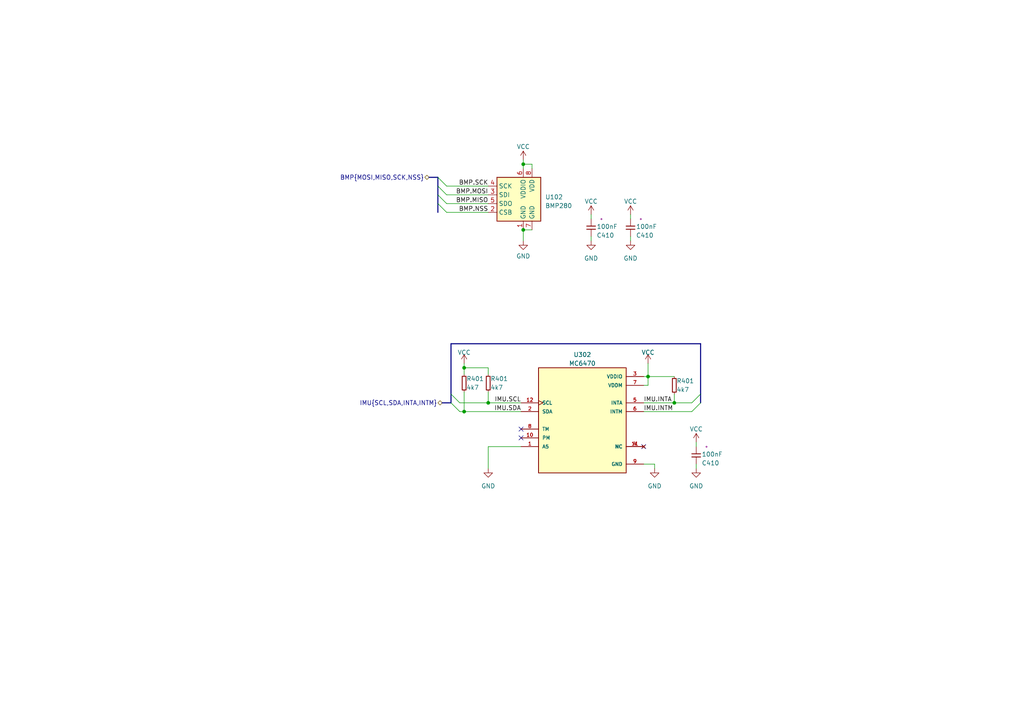
<source format=kicad_sch>
(kicad_sch (version 20230121) (generator eeschema)
  (paper "A4")
  (lib_symbols
    (symbol "Interface_LVDS:MC6470" (pin_names (offset 1.016))
      (property "Reference" "U" (at -12.7 16.002 0))
      (property "Value" "MC6470" (at -12.7 -17.78 0))
      (symbol "MC6470_0_0"
        (rectangle (start -12.7 -15.24) (end 12.7 15.24) (stroke (width 0.254)) (fill (type background)))
        (pin input line (at -17.78 -7.62 0) (length 5.08) (name "A5") (number "1"))
        (pin input line (at -17.78 -5.08 0) (length 5.08) (name "PM") (number "10"))
        (pin no_connect line (at 17.78 -7.62 180) (length 5.08) (name "NC") (number "11"))
        (pin input clock (at -17.78 5.08 0) (length 5.08) (name "SCL") (number "12"))
        (pin bidirectional line (at -17.78 2.54 0) (length 5.08) (name "SDA") (number "2"))
        (pin power_in line (at 17.78 12.7 180) (length 5.08) (name "VDDIO") (number "3"))
        (pin no_connect line (at 17.78 -7.62 180) (length 5.08) (name "NC") (number "4"))
        (pin output line (at 17.78 5.08 180) (length 5.08) (name "INTA") (number "5"))
        (pin output line (at 17.78 2.54 180) (length 5.08) (name "INTM") (number "6"))
        (pin power_in line (at 17.78 10.16 180) (length 5.08) (name "VDDM") (number "7"))
        (pin input line (at -17.78 -2.54 0) (length 5.08) (name "TM") (number "8"))
        (pin power_in line (at 17.78 -12.7 180) (length 5.08) (name "GND") (number "9"))
      )
    )
    (symbol "PCM_Generic-50:C,IEC" (pin_numbers hide) (pin_names (offset 0) hide)
      (property "Reference" "C" (at 1.27 1.27 0))
      (property "Value" "C,IEC" (at 1.27 -1.27 0))
      (property "Indicator" "+" (at -1.27 1.27 0))
      (symbol "C,IEC_1_1"
        (polyline (pts (xy -1.27 -0.4572) (xy 1.27 -0.4572)) (stroke (width 0.254)))
        (polyline (pts (xy -1.27 0.4572) (xy 1.27 0.4572)) (stroke (width 0.254)))
        (pin passive line (at 0 2.54 270) (length 2.0828) (name "+") (number "1"))
        (pin passive line (at 0 -2.54 90) (length 2.0828) (name "-") (number "2"))
      )
    )
    (symbol "PCM_Generic-50:R,IEC" (pin_numbers hide) (pin_names (offset 0) hide)
      (property "Reference" "R" (at 1.27 1.27 0))
      (property "Value" "R,IEC" (at 1.27 -1.27 0))
      (symbol "R,IEC_1_1"
        (rectangle (start -0.5588 1.9812) (end 0.5588 -1.9812) (stroke (width 0.254)))
        (pin passive line (at 0 2.54 270) (length 0.5588) (name "+") (number "1"))
        (pin passive line (at 0 -2.54 90) (length 0.5588) (name "-") (number "2"))
      )
    )
    (symbol "Sensor_Pressure:BMP280"
      (property "Reference" "U" (at -7.62 10.16 0))
      (property "Value" "BMP280" (at 5.08 10.16 0))
      (symbol "BMP280_0_1"
        (rectangle (start -7.62 -5.08) (end 5.08 7.62) (stroke (width 0.254)) (fill (type background)))
      )
      (symbol "BMP280_1_1"
        (pin power_in line (at 0 -7.62 90) (length 2.54) (name "GND") (number "1"))
        (pin input line (at -10.16 -2.54 0) (length 2.54) (name "CSB") (number "2"))
        (pin bidirectional line (at -10.16 2.54 0) (length 2.54) (name "SDI") (number "3"))
        (pin input line (at -10.16 5.08 0) (length 2.54) (name "SCK") (number "4"))
        (pin bidirectional line (at -10.16 0 0) (length 2.54) (name "SDO") (number "5"))
        (pin power_in line (at 0 10.16 270) (length 2.54) (name "VDDIO") (number "6"))
        (pin power_in line (at 2.54 -7.62 90) (length 2.54) (name "GND") (number "7"))
        (pin power_in line (at 2.54 10.16 270) (length 2.54) (name "VDD") (number "8"))
      )
    )
    (symbol "power:GND" (power) (pin_names (offset 0))
      (property "Value" "GND" (at 0 -3.81 0))
      (symbol "GND_0_1"
        (polyline (pts (xy 0 0) (xy 0 -1.27) (xy 1.27 -1.27) (xy 0 -2.54) (xy -1.27 -1.27) (xy 0 -1.27)))
      )
      (symbol "GND_1_1"
        (pin power_in line (at 0 0 270) (length 0) hide (name "GND") (number "1"))
      )
    )
    (symbol "power:VCC" (power) (pin_names (offset 0))
      (property "Value" "VCC" (at 0 3.81 0))
      (symbol "VCC_0_1"
        (polyline (pts (xy -0.762 1.27) (xy 0 2.54)))
        (polyline (pts (xy 0 0) (xy 0 2.54)))
        (polyline (pts (xy 0 2.54) (xy 0.762 1.27)))
      )
      (symbol "VCC_1_1"
        (pin power_in line (at 0 0 90) (length 0) hide (name "VCC") (number "1"))
      )
    )
  )
  (junction (at 187.96 109.22))
  (junction (at 141.605 116.84))
  (junction (at 134.62 119.38))
  (junction (at 151.765 47.625))
  (junction (at 134.62 106.68))
  (junction (at 195.58 116.84))
  (junction (at 151.765 66.675))
  (no_connect (at 151.13 127))
  (no_connect (at 151.13 124.46))
  (no_connect (at 186.69 129.54))
  (bus_entry (at 127 59.055) (size 2.54 2.54))
  (bus_entry (at 127 53.975) (size 2.54 2.54))
  (bus_entry (at 130.81 116.84) (size 2.54 2.54))
  (bus_entry (at 203.2 114.3) (size -2.54 2.54))
  (bus_entry (at 127 56.515) (size 2.54 2.54))
  (bus_entry (at 130.81 114.3) (size 2.54 2.54))
  (bus_entry (at 203.2 116.84) (size -2.54 2.54))
  (bus_entry (at 127 51.435) (size 2.54 2.54))
  (bus (pts (xy 130.81 99.695) (xy 203.2 99.695)))
  (bus (pts (xy 127 51.435) (xy 127 53.975)))
  (bus (pts (xy 127 56.515) (xy 127 59.055)))
  (wire (pts (xy 187.96 109.22) (xy 195.58 109.22)))
  (wire (pts (xy 141.605 116.84) (xy 151.13 116.84)))
  (wire (pts (xy 141.605 129.54) (xy 141.605 135.89)))
  (wire (pts (xy 129.54 53.975) (xy 141.605 53.975)))
  (wire (pts (xy 134.62 113.665) (xy 134.62 119.38)))
  (wire (pts (xy 151.765 47.625) (xy 154.305 47.625)))
  (wire (pts (xy 134.62 106.68) (xy 134.62 108.585)))
  (wire (pts (xy 182.88 62.23) (xy 182.88 63.5)))
  (wire (pts (xy 186.69 109.22) (xy 187.96 109.22)))
  (wire (pts (xy 187.96 109.22) (xy 187.96 105.41)))
  (bus (pts (xy 130.81 116.84) (xy 128.27 116.84)))
  (wire (pts (xy 151.13 129.54) (xy 141.605 129.54)))
  (wire (pts (xy 187.96 109.22) (xy 187.96 111.76)))
  (bus (pts (xy 203.2 99.695) (xy 203.2 114.3)))
  (bus (pts (xy 124.46 51.435) (xy 127 51.435)))
  (wire (pts (xy 195.58 114.3) (xy 195.58 116.84)))
  (bus (pts (xy 203.2 114.3) (xy 203.2 116.84)))
  (wire (pts (xy 186.69 134.62) (xy 189.865 134.62)))
  (wire (pts (xy 141.605 108.585) (xy 141.605 106.68)))
  (wire (pts (xy 189.865 134.62) (xy 189.865 135.89)))
  (wire (pts (xy 182.88 68.58) (xy 182.88 69.85)))
  (wire (pts (xy 201.93 128.27) (xy 201.93 129.54)))
  (wire (pts (xy 129.54 61.595) (xy 141.605 61.595)))
  (wire (pts (xy 154.305 48.895) (xy 154.305 47.625)))
  (bus (pts (xy 127 53.975) (xy 127 56.515)))
  (wire (pts (xy 151.765 46.355) (xy 151.765 47.625)))
  (wire (pts (xy 129.54 56.515) (xy 141.605 56.515)))
  (wire (pts (xy 151.765 66.675) (xy 154.305 66.675)))
  (wire (pts (xy 133.35 119.38) (xy 134.62 119.38)))
  (wire (pts (xy 201.93 134.62) (xy 201.93 135.89)))
  (wire (pts (xy 171.45 62.23) (xy 171.45 63.5)))
  (wire (pts (xy 171.45 68.58) (xy 171.45 69.85)))
  (wire (pts (xy 151.765 47.625) (xy 151.765 48.895)))
  (wire (pts (xy 151.765 66.675) (xy 151.765 69.85)))
  (wire (pts (xy 141.605 106.68) (xy 134.62 106.68)))
  (wire (pts (xy 134.62 105.41) (xy 134.62 106.68)))
  (bus (pts (xy 130.81 114.3) (xy 130.81 116.84)))
  (wire (pts (xy 186.69 119.38) (xy 200.66 119.38)))
  (wire (pts (xy 134.62 119.38) (xy 151.13 119.38)))
  (bus (pts (xy 130.81 114.3) (xy 130.81 99.695)))
  (wire (pts (xy 200.66 116.84) (xy 195.58 116.84)))
  (wire (pts (xy 129.54 59.055) (xy 141.605 59.055)))
  (wire (pts (xy 141.605 113.665) (xy 141.605 116.84)))
  (wire (pts (xy 195.58 116.84) (xy 186.69 116.84)))
  (wire (pts (xy 186.69 111.76) (xy 187.96 111.76)))
  (wire (pts (xy 133.35 116.84) (xy 141.605 116.84)))
  (bus (pts (xy 127 59.055) (xy 127 61.595)))
  (label "IMU.SDA" (at 151.13 119.38 180))
  (label "BMP.NSS" (at 141.605 61.595 180))
  (label "BMP.MOSI" (at 141.605 56.515 180))
  (label "IMU.INTM" (at 186.69 119.38 0))
  (label "IMU.INTA" (at 186.69 116.84 0))
  (label "BMP.SCK" (at 141.605 53.975 180))
  (label "IMU.SCL" (at 151.13 116.84 180))
  (label "BMP.MISO" (at 141.605 59.055 180))
  (hierarchical_label "BMP{MOSI,MISO,SCK,NSS}" (shape bidirectional) (at 124.46 51.435 180))
  (hierarchical_label "IMU{SCL,SDA,INTA,INTM}" (shape bidirectional) (at 128.27 116.84 180))
  (symbol (lib_id "PCM_Generic-50:R,IEC") (at 134.62 111.125 180) (unit 1)
    (property "Reference" "R401" (at 135.255 109.855 0) (effects (justify right)))
    (property "Value" "4k7" (at 135.255 112.395 0) (effects (justify right)))
    (property "Footprint" "Resistor_SMD:R_0603_1608Metric_Pad0.98x0.95mm_HandSolder" (effects hide))
    (property "Indicator" "+" (effects hide))
    (instances (project "lil-flite" (path "" (reference "R401") (unit 1)) (path "" (reference "R301") (unit 1))))
  )
  (symbol (lib_id "PCM_Generic-50:C,IEC") (at 171.45 66.04 0) (mirror x) (unit 1)
    (property "Reference" "C410" (at 173.0375 68.2625 0) (effects (justify left)))
    (property "Value" "100nF" (at 173.0375 65.7225 0) (effects (justify left)))
    (property "Footprint" "Capacitor_SMD:C_0603_1608Metric_Pad1.08x0.95mm_HandSolder" (effects hide))
    (property "Indicator" "+" (at 173.99 63.5 0) (effects (font (size 0.635 0.635)) (justify left)))
    (instances (project "lil-flite" (path "" (reference "C410") (unit 1)) (path "" (reference "C302") (unit 1))))
  )
  (symbol (lib_id "power:GND") (at 201.93 135.89 0) (unit 1)
    (property "Reference" "#PWR0413" (effects hide))
    (property "Value" "GND" (at 201.93 140.97 0))
    (instances (project "lil-flite" (path "" (reference "#PWR0413") (unit 1)) (path "" (reference "#PWR0307") (unit 1))))
  )
  (symbol (lib_id "power:VCC") (at 182.88 62.23 0) (unit 1)
    (property "Reference" "#PWR0412" (effects hide))
    (property "Value" "VCC" (at 182.88 58.42 0))
    (instances (project "lil-flite" (path "" (reference "#PWR0412") (unit 1)) (path "" (reference "#PWR0311") (unit 1))))
  )
  (symbol (lib_id "power:VCC") (at 151.765 46.355 0) (unit 1)
    (property "Reference" "#PWR0412" (effects hide))
    (property "Value" "VCC" (at 151.765 42.545 0))
    (instances (project "lil-flite" (path "" (reference "#PWR0412") (unit 1)) (path "" (reference "#PWR0310") (unit 1))))
  )
  (symbol (lib_id "power:VCC") (at 171.45 62.23 0) (unit 1)
    (property "Reference" "#PWR0412" (effects hide))
    (property "Value" "VCC" (at 171.45 58.42 0))
    (instances (project "lil-flite" (path "" (reference "#PWR0412") (unit 1)) (path "" (reference "#PWR0308") (unit 1))))
  )
  (symbol (lib_id "power:GND") (at 171.45 69.85 0) (unit 1)
    (property "Reference" "#PWR0413" (effects hide))
    (property "Value" "GND" (at 171.45 74.93 0))
    (instances (project "lil-flite" (path "" (reference "#PWR0413") (unit 1)) (path "" (reference "#PWR0309") (unit 1))))
  )
  (symbol (lib_id "power:GND") (at 151.765 69.85 0) (unit 1)
    (property "Reference" "#PWR0301" (effects hide))
    (property "Value" "GND" (at 151.765 74.295 0))
  )
  (symbol (lib_id "Sensor_Pressure:BMP280") (at 151.765 59.055 0) (unit 1)
    (property "Reference" "U102" (at 158.115 57.15 0) (effects (justify left)))
    (property "Value" "BMP280" (at 158.115 59.69 0) (effects (justify left)))
    (property "Footprint" "Package_LGA:Bosch_LGA-8_2x2.5mm_P0.65mm_ClockwisePinNumbering" (effects hide))
    (property "Datasheet" "https://ae-bst.resource.bosch.com/media/_tech/media/datasheets/BST-BMP280-DS001.pdf" (effects hide))
    (instances (project "lil-flite" (path "" (reference "U102") (unit 1)) (path "" (reference "U301") (unit 1))))
  )
  (symbol (lib_id "power:GND") (at 189.865 135.89 0) (unit 1)
    (property "Reference" "#PWR0303" (effects hide))
    (property "Value" "GND" (at 189.865 140.97 0))
  )
  (symbol (lib_id "PCM_Generic-50:R,IEC") (at 195.58 111.76 180) (unit 1)
    (property "Reference" "R401" (at 196.215 110.49 0) (effects (justify right)))
    (property "Value" "4k7" (at 196.215 113.03 0) (effects (justify right)))
    (property "Footprint" "Resistor_SMD:R_0603_1608Metric_Pad0.98x0.95mm_HandSolder" (effects hide))
    (property "Indicator" "+" (effects hide))
    (instances (project "lil-flite" (path "" (reference "R401") (unit 1)) (path "" (reference "R303") (unit 1))))
  )
  (symbol (lib_id "power:GND") (at 182.88 69.85 0) (unit 1)
    (property "Reference" "#PWR0413" (effects hide))
    (property "Value" "GND" (at 182.88 74.93 0))
    (instances (project "lil-flite" (path "" (reference "#PWR0413") (unit 1)) (path "" (reference "#PWR0312") (unit 1))))
  )
  (symbol (lib_id "Interface_LVDS:MC6470") (at 168.91 121.92 0) (unit 1)
    (property "Reference" "U302" (at 168.91 102.87 0))
    (property "Value" "MC6470" (at 168.91 105.41 0))
    (property "Footprint" "lil-flite:PQFN50P200X200X100-12N" (effects hide))
    (property "PARTREV" "1.7" (effects hide))
    (property "STANDARD" "IPC 7351B" (effects hide))
    (property "MAXIMUM_PACKAGE_HEIGHT" "1mm" (effects hide))
    (property "MANUFACTURER" "mCube" (effects hide))
  )
  (symbol (lib_id "PCM_Generic-50:C,IEC") (at 182.88 66.04 0) (mirror x) (unit 1)
    (property "Reference" "C410" (at 184.4675 68.2625 0) (effects (justify left)))
    (property "Value" "100nF" (at 184.4675 65.7225 0) (effects (justify left)))
    (property "Footprint" "Capacitor_SMD:C_0603_1608Metric_Pad1.08x0.95mm_HandSolder" (effects hide))
    (property "Indicator" "+" (at 185.42 63.5 0) (effects (font (size 0.635 0.635)) (justify left)))
    (instances (project "lil-flite" (path "" (reference "C410") (unit 1)) (path "" (reference "C303") (unit 1))))
  )
  (symbol (lib_id "power:VCC") (at 201.93 128.27 0) (unit 1)
    (property "Reference" "#PWR0412" (effects hide))
    (property "Value" "VCC" (at 201.93 124.46 0))
    (instances (project "lil-flite" (path "" (reference "#PWR0412") (unit 1)) (path "" (reference "#PWR0306") (unit 1))))
  )
  (symbol (lib_id "power:VCC") (at 134.62 105.41 0) (unit 1)
    (property "Reference" "#PWR0305" (effects hide))
    (property "Value" "VCC" (at 134.62 102.235 0))
  )
  (symbol (lib_id "power:VCC") (at 187.96 105.41 0) (unit 1)
    (property "Reference" "#PWR0304" (effects hide))
    (property "Value" "VCC" (at 187.96 102.235 0))
  )
  (symbol (lib_id "power:GND") (at 141.605 135.89 0) (unit 1)
    (property "Reference" "#PWR0302" (effects hide))
    (property "Value" "GND" (at 141.605 140.97 0))
  )
  (symbol (lib_id "PCM_Generic-50:R,IEC") (at 141.605 111.125 180) (unit 1)
    (property "Reference" "R401" (at 142.24 109.855 0) (effects (justify right)))
    (property "Value" "4k7" (at 142.24 112.395 0) (effects (justify right)))
    (property "Footprint" "Resistor_SMD:R_0603_1608Metric_Pad0.98x0.95mm_HandSolder" (effects hide))
    (property "Indicator" "+" (effects hide))
    (instances (project "lil-flite" (path "" (reference "R401") (unit 1)) (path "" (reference "R302") (unit 1))))
  )
  (symbol (lib_id "PCM_Generic-50:C,IEC") (at 201.93 132.08 0) (mirror x) (unit 1)
    (property "Reference" "C410" (at 203.5175 134.3025 0) (effects (justify left)))
    (property "Value" "100nF" (at 203.5175 131.7625 0) (effects (justify left)))
    (property "Footprint" "Capacitor_SMD:C_0603_1608Metric_Pad1.08x0.95mm_HandSolder" (effects hide))
    (property "Indicator" "+" (at 204.47 129.54 0) (effects (font (size 0.635 0.635)) (justify left)))
    (instances (project "lil-flite" (path "" (reference "C410") (unit 1)) (path "" (reference "C301") (unit 1))))
  )
)
</source>
